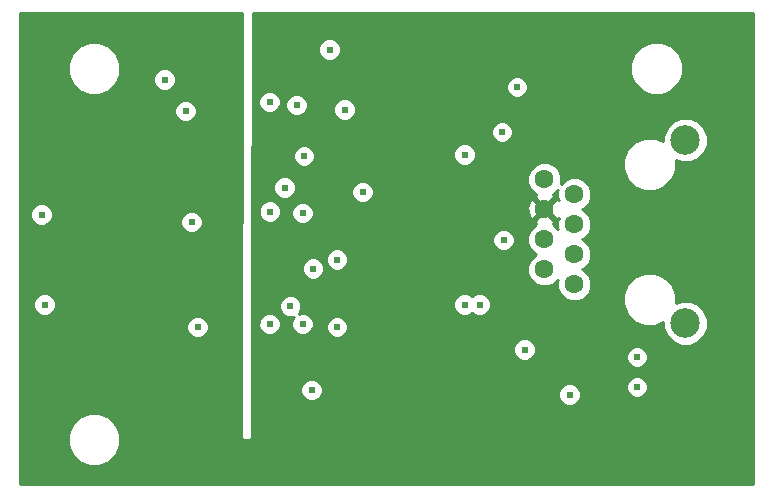
<source format=gbr>
G04 #@! TF.FileFunction,Copper,L3,Inr,Plane*
%FSLAX46Y46*%
G04 Gerber Fmt 4.6, Leading zero omitted, Abs format (unit mm)*
G04 Created by KiCad (PCBNEW 4.0.6) date 12/06/17 20:22:11*
%MOMM*%
%LPD*%
G01*
G04 APERTURE LIST*
%ADD10C,0.100000*%
%ADD11C,1.600000*%
%ADD12C,2.500000*%
%ADD13C,0.609600*%
%ADD14C,0.254000*%
G04 APERTURE END LIST*
D10*
D11*
X160434173Y-101788417D03*
X157894173Y-100518417D03*
X160434173Y-99248417D03*
X157894173Y-97978417D03*
X160434173Y-96708417D03*
X157894173Y-95438417D03*
X160434173Y-94168417D03*
X157894173Y-92898417D03*
D12*
X169834173Y-89593417D03*
X169834173Y-105093417D03*
D13*
X129794000Y-110236000D03*
X130810000Y-101346000D03*
X130810000Y-102362000D03*
X130048000Y-105156000D03*
X130810000Y-110744000D03*
X135890000Y-105156000D03*
X133604000Y-104902000D03*
X134366000Y-87884000D03*
X130048000Y-92456000D03*
X130048000Y-91440000D03*
X129540000Y-87122000D03*
X131318000Y-86614000D03*
X136017000Y-95758000D03*
X131572000Y-97028000D03*
X129794000Y-96266000D03*
X125730000Y-93853000D03*
X126238000Y-94615000D03*
X126111000Y-95377000D03*
X125984000Y-96139000D03*
X116332000Y-98044000D03*
X117475000Y-100330000D03*
X116840000Y-100965000D03*
X115570000Y-102235000D03*
X123190000Y-99060000D03*
X125730000Y-102870000D03*
X124460000Y-102870000D03*
X124460000Y-104775000D03*
X121285000Y-106045000D03*
X120015000Y-106045000D03*
X142240000Y-102235000D03*
X140970000Y-91440000D03*
X144145000Y-91440000D03*
X147320000Y-86995000D03*
X138430000Y-112395000D03*
X141224000Y-93980000D03*
X142875000Y-106680000D03*
X134620000Y-80010000D03*
X127635000Y-80010000D03*
X126365000Y-80645000D03*
X139065000Y-83185000D03*
X134645199Y-95631000D03*
X134620000Y-105156000D03*
X137414000Y-105156000D03*
X136906000Y-86614000D03*
X134620000Y-86360000D03*
X137414000Y-95758000D03*
X140970000Y-86995000D03*
X142494000Y-93980000D03*
X140335000Y-105410000D03*
X154432000Y-98044000D03*
X139700000Y-81915000D03*
X140335000Y-99695000D03*
X136385301Y-103644699D03*
X138176000Y-110744000D03*
X135890000Y-93599000D03*
X138303000Y-100457000D03*
X137541000Y-90932000D03*
X128524000Y-105410000D03*
X127508000Y-87122000D03*
X128016000Y-96520000D03*
X115315999Y-95885000D03*
X115570000Y-103505000D03*
X125730000Y-84455000D03*
X155575000Y-85090000D03*
X154305000Y-88900000D03*
X151130000Y-90805000D03*
X151130000Y-103505000D03*
X152400000Y-103505000D03*
X156210000Y-107315000D03*
X165735000Y-110490000D03*
X165735000Y-107950000D03*
X160020000Y-111125000D03*
D14*
G36*
X132207001Y-114807561D02*
X132216836Y-114857005D01*
X132245132Y-114898728D01*
X132287432Y-114926154D01*
X132334000Y-114935000D01*
X132969000Y-114935000D01*
X133018410Y-114924994D01*
X133060035Y-114896553D01*
X133087315Y-114854159D01*
X133095999Y-114808439D01*
X133109418Y-110930118D01*
X137236037Y-110930118D01*
X137378812Y-111275659D01*
X137642951Y-111540259D01*
X137988242Y-111683637D01*
X138362118Y-111683963D01*
X138707659Y-111541188D01*
X138938130Y-111311118D01*
X159080037Y-111311118D01*
X159222812Y-111656659D01*
X159486951Y-111921259D01*
X159832242Y-112064637D01*
X160206118Y-112064963D01*
X160551659Y-111922188D01*
X160816259Y-111658049D01*
X160959637Y-111312758D01*
X160959963Y-110938882D01*
X160851391Y-110676118D01*
X164795037Y-110676118D01*
X164937812Y-111021659D01*
X165201951Y-111286259D01*
X165547242Y-111429637D01*
X165921118Y-111429963D01*
X166266659Y-111287188D01*
X166531259Y-111023049D01*
X166674637Y-110677758D01*
X166674963Y-110303882D01*
X166532188Y-109958341D01*
X166268049Y-109693741D01*
X165922758Y-109550363D01*
X165548882Y-109550037D01*
X165203341Y-109692812D01*
X164938741Y-109956951D01*
X164795363Y-110302242D01*
X164795037Y-110676118D01*
X160851391Y-110676118D01*
X160817188Y-110593341D01*
X160553049Y-110328741D01*
X160207758Y-110185363D01*
X159833882Y-110185037D01*
X159488341Y-110327812D01*
X159223741Y-110591951D01*
X159080363Y-110937242D01*
X159080037Y-111311118D01*
X138938130Y-111311118D01*
X138972259Y-111277049D01*
X139115637Y-110931758D01*
X139115963Y-110557882D01*
X138973188Y-110212341D01*
X138709049Y-109947741D01*
X138363758Y-109804363D01*
X137989882Y-109804037D01*
X137644341Y-109946812D01*
X137379741Y-110210951D01*
X137236363Y-110556242D01*
X137236037Y-110930118D01*
X133109418Y-110930118D01*
X133121283Y-107501118D01*
X155270037Y-107501118D01*
X155412812Y-107846659D01*
X155676951Y-108111259D01*
X156022242Y-108254637D01*
X156396118Y-108254963D01*
X156683744Y-108136118D01*
X164795037Y-108136118D01*
X164937812Y-108481659D01*
X165201951Y-108746259D01*
X165547242Y-108889637D01*
X165921118Y-108889963D01*
X166266659Y-108747188D01*
X166531259Y-108483049D01*
X166674637Y-108137758D01*
X166674963Y-107763882D01*
X166532188Y-107418341D01*
X166268049Y-107153741D01*
X165922758Y-107010363D01*
X165548882Y-107010037D01*
X165203341Y-107152812D01*
X164938741Y-107416951D01*
X164795363Y-107762242D01*
X164795037Y-108136118D01*
X156683744Y-108136118D01*
X156741659Y-108112188D01*
X157006259Y-107848049D01*
X157149637Y-107502758D01*
X157149963Y-107128882D01*
X157007188Y-106783341D01*
X156743049Y-106518741D01*
X156397758Y-106375363D01*
X156023882Y-106375037D01*
X155678341Y-106517812D01*
X155413741Y-106781951D01*
X155270363Y-107127242D01*
X155270037Y-107501118D01*
X133121283Y-107501118D01*
X133128754Y-105342118D01*
X133680037Y-105342118D01*
X133822812Y-105687659D01*
X134086951Y-105952259D01*
X134432242Y-106095637D01*
X134806118Y-106095963D01*
X135151659Y-105953188D01*
X135416259Y-105689049D01*
X135559637Y-105343758D01*
X135559963Y-104969882D01*
X135417188Y-104624341D01*
X135153049Y-104359741D01*
X134807758Y-104216363D01*
X134433882Y-104216037D01*
X134088341Y-104358812D01*
X133823741Y-104622951D01*
X133680363Y-104968242D01*
X133680037Y-105342118D01*
X133128754Y-105342118D01*
X133133983Y-103830817D01*
X135445338Y-103830817D01*
X135588113Y-104176358D01*
X135852252Y-104440958D01*
X136197543Y-104584336D01*
X136571419Y-104584662D01*
X136715899Y-104524964D01*
X136617741Y-104622951D01*
X136474363Y-104968242D01*
X136474037Y-105342118D01*
X136616812Y-105687659D01*
X136880951Y-105952259D01*
X137226242Y-106095637D01*
X137600118Y-106095963D01*
X137945659Y-105953188D01*
X138210259Y-105689049D01*
X138248847Y-105596118D01*
X139395037Y-105596118D01*
X139537812Y-105941659D01*
X139801951Y-106206259D01*
X140147242Y-106349637D01*
X140521118Y-106349963D01*
X140866659Y-106207188D01*
X141131259Y-105943049D01*
X141274637Y-105597758D01*
X141274963Y-105223882D01*
X141132188Y-104878341D01*
X140868049Y-104613741D01*
X140522758Y-104470363D01*
X140148882Y-104470037D01*
X139803341Y-104612812D01*
X139538741Y-104876951D01*
X139395363Y-105222242D01*
X139395037Y-105596118D01*
X138248847Y-105596118D01*
X138353637Y-105343758D01*
X138353963Y-104969882D01*
X138211188Y-104624341D01*
X137947049Y-104359741D01*
X137601758Y-104216363D01*
X137227882Y-104216037D01*
X137083402Y-104275735D01*
X137181560Y-104177748D01*
X137324938Y-103832457D01*
X137325061Y-103691118D01*
X150190037Y-103691118D01*
X150332812Y-104036659D01*
X150596951Y-104301259D01*
X150942242Y-104444637D01*
X151316118Y-104444963D01*
X151661659Y-104302188D01*
X151764948Y-104199078D01*
X151866951Y-104301259D01*
X152212242Y-104444637D01*
X152586118Y-104444963D01*
X152931659Y-104302188D01*
X153196259Y-104038049D01*
X153339637Y-103692758D01*
X153339804Y-103501036D01*
X164548786Y-103501036D01*
X164888328Y-104322789D01*
X165516494Y-104952053D01*
X166337654Y-105293028D01*
X167226792Y-105293804D01*
X167949258Y-104995287D01*
X167948847Y-105466722D01*
X168235216Y-106159789D01*
X168765012Y-106690510D01*
X169457578Y-106978089D01*
X170207478Y-106978743D01*
X170900545Y-106692374D01*
X171431266Y-106162578D01*
X171718845Y-105470012D01*
X171719499Y-104720112D01*
X171433130Y-104027045D01*
X170903334Y-103496324D01*
X170210768Y-103208745D01*
X169460868Y-103208091D01*
X169018884Y-103390715D01*
X169019560Y-102615798D01*
X168680018Y-101794045D01*
X168051852Y-101164781D01*
X167230692Y-100823806D01*
X166341554Y-100823030D01*
X165519801Y-101162572D01*
X164890537Y-101790738D01*
X164549562Y-102611898D01*
X164548786Y-103501036D01*
X153339804Y-103501036D01*
X153339963Y-103318882D01*
X153197188Y-102973341D01*
X152933049Y-102708741D01*
X152587758Y-102565363D01*
X152213882Y-102565037D01*
X151868341Y-102707812D01*
X151765052Y-102810922D01*
X151663049Y-102708741D01*
X151317758Y-102565363D01*
X150943882Y-102565037D01*
X150598341Y-102707812D01*
X150333741Y-102971951D01*
X150190363Y-103317242D01*
X150190037Y-103691118D01*
X137325061Y-103691118D01*
X137325264Y-103458581D01*
X137182489Y-103113040D01*
X136918350Y-102848440D01*
X136573059Y-102705062D01*
X136199183Y-102704736D01*
X135853642Y-102847511D01*
X135589042Y-103111650D01*
X135445664Y-103456941D01*
X135445338Y-103830817D01*
X133133983Y-103830817D01*
X133145013Y-100643118D01*
X137363037Y-100643118D01*
X137505812Y-100988659D01*
X137769951Y-101253259D01*
X138115242Y-101396637D01*
X138489118Y-101396963D01*
X138834659Y-101254188D01*
X139099259Y-100990049D01*
X139242637Y-100644758D01*
X139242963Y-100270882D01*
X139100188Y-99925341D01*
X139056043Y-99881118D01*
X139395037Y-99881118D01*
X139537812Y-100226659D01*
X139801951Y-100491259D01*
X140147242Y-100634637D01*
X140521118Y-100634963D01*
X140866659Y-100492188D01*
X141131259Y-100228049D01*
X141274637Y-99882758D01*
X141274963Y-99508882D01*
X141132188Y-99163341D01*
X140868049Y-98898741D01*
X140522758Y-98755363D01*
X140148882Y-98755037D01*
X139803341Y-98897812D01*
X139538741Y-99161951D01*
X139395363Y-99507242D01*
X139395037Y-99881118D01*
X139056043Y-99881118D01*
X138836049Y-99660741D01*
X138490758Y-99517363D01*
X138116882Y-99517037D01*
X137771341Y-99659812D01*
X137506741Y-99923951D01*
X137363363Y-100269242D01*
X137363037Y-100643118D01*
X133145013Y-100643118D01*
X133153362Y-98230118D01*
X153492037Y-98230118D01*
X153634812Y-98575659D01*
X153898951Y-98840259D01*
X154244242Y-98983637D01*
X154618118Y-98983963D01*
X154963659Y-98841188D01*
X155228259Y-98577049D01*
X155371637Y-98231758D01*
X155371963Y-97857882D01*
X155229188Y-97512341D01*
X154965049Y-97247741D01*
X154619758Y-97104363D01*
X154245882Y-97104037D01*
X153900341Y-97246812D01*
X153635741Y-97510951D01*
X153492363Y-97856242D01*
X153492037Y-98230118D01*
X133153362Y-98230118D01*
X133161712Y-95817118D01*
X133705236Y-95817118D01*
X133848011Y-96162659D01*
X134112150Y-96427259D01*
X134457441Y-96570637D01*
X134831317Y-96570963D01*
X135176858Y-96428188D01*
X135441458Y-96164049D01*
X135532781Y-95944118D01*
X136474037Y-95944118D01*
X136616812Y-96289659D01*
X136880951Y-96554259D01*
X137226242Y-96697637D01*
X137600118Y-96697963D01*
X137945659Y-96555188D01*
X138210259Y-96291049D01*
X138353637Y-95945758D01*
X138353963Y-95571882D01*
X138211188Y-95226341D01*
X138206496Y-95221640D01*
X156447208Y-95221640D01*
X156474395Y-95791871D01*
X156640309Y-96192422D01*
X156886428Y-96266556D01*
X157714568Y-95438417D01*
X156886428Y-94610278D01*
X156640309Y-94684412D01*
X156447208Y-95221640D01*
X138206496Y-95221640D01*
X137947049Y-94961741D01*
X137601758Y-94818363D01*
X137227882Y-94818037D01*
X136882341Y-94960812D01*
X136617741Y-95224951D01*
X136474363Y-95570242D01*
X136474037Y-95944118D01*
X135532781Y-95944118D01*
X135584836Y-95818758D01*
X135585162Y-95444882D01*
X135442387Y-95099341D01*
X135178248Y-94834741D01*
X134832957Y-94691363D01*
X134459081Y-94691037D01*
X134113540Y-94833812D01*
X133848940Y-95097951D01*
X133705562Y-95443242D01*
X133705236Y-95817118D01*
X133161712Y-95817118D01*
X133168743Y-93785118D01*
X134950037Y-93785118D01*
X135092812Y-94130659D01*
X135356951Y-94395259D01*
X135702242Y-94538637D01*
X136076118Y-94538963D01*
X136421659Y-94396188D01*
X136652130Y-94166118D01*
X141554037Y-94166118D01*
X141696812Y-94511659D01*
X141960951Y-94776259D01*
X142306242Y-94919637D01*
X142680118Y-94919963D01*
X143025659Y-94777188D01*
X143290259Y-94513049D01*
X143433637Y-94167758D01*
X143433963Y-93793882D01*
X143291188Y-93448341D01*
X143027049Y-93183741D01*
X143024311Y-93182604D01*
X156458925Y-93182604D01*
X156676930Y-93710217D01*
X157080250Y-94114241D01*
X157194941Y-94161865D01*
X157140168Y-94184553D01*
X157066034Y-94430672D01*
X157894173Y-95258812D01*
X158722312Y-94430672D01*
X158648178Y-94184553D01*
X158589919Y-94163612D01*
X158705973Y-94115660D01*
X159041270Y-93780947D01*
X158999423Y-93881726D01*
X158998925Y-94452604D01*
X159087125Y-94666065D01*
X158901918Y-94610278D01*
X158073778Y-95438417D01*
X158901918Y-96266556D01*
X159087005Y-96210806D01*
X158999423Y-96421726D01*
X158998925Y-96992604D01*
X159042160Y-97097240D01*
X158708096Y-96762593D01*
X158593405Y-96714969D01*
X158648178Y-96692281D01*
X158722312Y-96446162D01*
X157894173Y-95618022D01*
X157066034Y-96446162D01*
X157140168Y-96692281D01*
X157198427Y-96713222D01*
X157082373Y-96761174D01*
X156678349Y-97164494D01*
X156459423Y-97691726D01*
X156458925Y-98262604D01*
X156676930Y-98790217D01*
X157080250Y-99194241D01*
X157210388Y-99248279D01*
X157082373Y-99301174D01*
X156678349Y-99704494D01*
X156459423Y-100231726D01*
X156458925Y-100802604D01*
X156676930Y-101330217D01*
X157080250Y-101734241D01*
X157607482Y-101953167D01*
X158178360Y-101953665D01*
X158705973Y-101735660D01*
X159041270Y-101400947D01*
X158999423Y-101501726D01*
X158998925Y-102072604D01*
X159216930Y-102600217D01*
X159620250Y-103004241D01*
X160147482Y-103223167D01*
X160718360Y-103223665D01*
X161245973Y-103005660D01*
X161649997Y-102602340D01*
X161868923Y-102075108D01*
X161869421Y-101504230D01*
X161651416Y-100976617D01*
X161248096Y-100572593D01*
X161117958Y-100518555D01*
X161245973Y-100465660D01*
X161649997Y-100062340D01*
X161868923Y-99535108D01*
X161869421Y-98964230D01*
X161651416Y-98436617D01*
X161248096Y-98032593D01*
X161117958Y-97978555D01*
X161245973Y-97925660D01*
X161649997Y-97522340D01*
X161868923Y-96995108D01*
X161869421Y-96424230D01*
X161651416Y-95896617D01*
X161248096Y-95492593D01*
X161117958Y-95438555D01*
X161245973Y-95385660D01*
X161649997Y-94982340D01*
X161868923Y-94455108D01*
X161869421Y-93884230D01*
X161651416Y-93356617D01*
X161248096Y-92952593D01*
X160720864Y-92733667D01*
X160149986Y-92733169D01*
X159622373Y-92951174D01*
X159287076Y-93285887D01*
X159328923Y-93185108D01*
X159329421Y-92614230D01*
X159111416Y-92086617D01*
X159095863Y-92071036D01*
X164548786Y-92071036D01*
X164888328Y-92892789D01*
X165516494Y-93522053D01*
X166337654Y-93863028D01*
X167226792Y-93863804D01*
X168048545Y-93524262D01*
X168677809Y-92896096D01*
X169018784Y-92074936D01*
X169019464Y-91296168D01*
X169457578Y-91478089D01*
X170207478Y-91478743D01*
X170900545Y-91192374D01*
X171431266Y-90662578D01*
X171718845Y-89970012D01*
X171719499Y-89220112D01*
X171433130Y-88527045D01*
X170903334Y-87996324D01*
X170210768Y-87708745D01*
X169460868Y-87708091D01*
X168767801Y-87994460D01*
X168237080Y-88524256D01*
X167949501Y-89216822D01*
X167949086Y-89692109D01*
X167230692Y-89393806D01*
X166341554Y-89393030D01*
X165519801Y-89732572D01*
X164890537Y-90360738D01*
X164549562Y-91181898D01*
X164548786Y-92071036D01*
X159095863Y-92071036D01*
X158708096Y-91682593D01*
X158180864Y-91463667D01*
X157609986Y-91463169D01*
X157082373Y-91681174D01*
X156678349Y-92084494D01*
X156459423Y-92611726D01*
X156458925Y-93182604D01*
X143024311Y-93182604D01*
X142681758Y-93040363D01*
X142307882Y-93040037D01*
X141962341Y-93182812D01*
X141697741Y-93446951D01*
X141554363Y-93792242D01*
X141554037Y-94166118D01*
X136652130Y-94166118D01*
X136686259Y-94132049D01*
X136829637Y-93786758D01*
X136829963Y-93412882D01*
X136687188Y-93067341D01*
X136423049Y-92802741D01*
X136077758Y-92659363D01*
X135703882Y-92659037D01*
X135358341Y-92801812D01*
X135093741Y-93065951D01*
X134950363Y-93411242D01*
X134950037Y-93785118D01*
X133168743Y-93785118D01*
X133177971Y-91118118D01*
X136601037Y-91118118D01*
X136743812Y-91463659D01*
X137007951Y-91728259D01*
X137353242Y-91871637D01*
X137727118Y-91871963D01*
X138072659Y-91729188D01*
X138337259Y-91465049D01*
X138480637Y-91119758D01*
X138480749Y-90991118D01*
X150190037Y-90991118D01*
X150332812Y-91336659D01*
X150596951Y-91601259D01*
X150942242Y-91744637D01*
X151316118Y-91744963D01*
X151661659Y-91602188D01*
X151926259Y-91338049D01*
X152069637Y-90992758D01*
X152069963Y-90618882D01*
X151927188Y-90273341D01*
X151663049Y-90008741D01*
X151317758Y-89865363D01*
X150943882Y-89865037D01*
X150598341Y-90007812D01*
X150333741Y-90271951D01*
X150190363Y-90617242D01*
X150190037Y-90991118D01*
X138480749Y-90991118D01*
X138480963Y-90745882D01*
X138338188Y-90400341D01*
X138074049Y-90135741D01*
X137728758Y-89992363D01*
X137354882Y-89992037D01*
X137009341Y-90134812D01*
X136744741Y-90398951D01*
X136601363Y-90744242D01*
X136601037Y-91118118D01*
X133177971Y-91118118D01*
X133185002Y-89086118D01*
X153365037Y-89086118D01*
X153507812Y-89431659D01*
X153771951Y-89696259D01*
X154117242Y-89839637D01*
X154491118Y-89839963D01*
X154836659Y-89697188D01*
X155101259Y-89433049D01*
X155244637Y-89087758D01*
X155244963Y-88713882D01*
X155102188Y-88368341D01*
X154838049Y-88103741D01*
X154492758Y-87960363D01*
X154118882Y-87960037D01*
X153773341Y-88102812D01*
X153508741Y-88366951D01*
X153365363Y-88712242D01*
X153365037Y-89086118D01*
X133185002Y-89086118D01*
X133193792Y-86546118D01*
X133680037Y-86546118D01*
X133822812Y-86891659D01*
X134086951Y-87156259D01*
X134432242Y-87299637D01*
X134806118Y-87299963D01*
X135151659Y-87157188D01*
X135416259Y-86893049D01*
X135454847Y-86800118D01*
X135966037Y-86800118D01*
X136108812Y-87145659D01*
X136372951Y-87410259D01*
X136718242Y-87553637D01*
X137092118Y-87553963D01*
X137437659Y-87411188D01*
X137668130Y-87181118D01*
X140030037Y-87181118D01*
X140172812Y-87526659D01*
X140436951Y-87791259D01*
X140782242Y-87934637D01*
X141156118Y-87934963D01*
X141501659Y-87792188D01*
X141766259Y-87528049D01*
X141909637Y-87182758D01*
X141909963Y-86808882D01*
X141767188Y-86463341D01*
X141503049Y-86198741D01*
X141157758Y-86055363D01*
X140783882Y-86055037D01*
X140438341Y-86197812D01*
X140173741Y-86461951D01*
X140030363Y-86807242D01*
X140030037Y-87181118D01*
X137668130Y-87181118D01*
X137702259Y-87147049D01*
X137845637Y-86801758D01*
X137845963Y-86427882D01*
X137703188Y-86082341D01*
X137439049Y-85817741D01*
X137093758Y-85674363D01*
X136719882Y-85674037D01*
X136374341Y-85816812D01*
X136109741Y-86080951D01*
X135966363Y-86426242D01*
X135966037Y-86800118D01*
X135454847Y-86800118D01*
X135559637Y-86547758D01*
X135559963Y-86173882D01*
X135417188Y-85828341D01*
X135153049Y-85563741D01*
X134807758Y-85420363D01*
X134433882Y-85420037D01*
X134088341Y-85562812D01*
X133823741Y-85826951D01*
X133680363Y-86172242D01*
X133680037Y-86546118D01*
X133193792Y-86546118D01*
X133198186Y-85276118D01*
X154635037Y-85276118D01*
X154777812Y-85621659D01*
X155041951Y-85886259D01*
X155387242Y-86029637D01*
X155761118Y-86029963D01*
X156106659Y-85887188D01*
X156371259Y-85623049D01*
X156514637Y-85277758D01*
X156514963Y-84903882D01*
X156372188Y-84558341D01*
X156108049Y-84293741D01*
X155762758Y-84150363D01*
X155388882Y-84150037D01*
X155043341Y-84292812D01*
X154778741Y-84556951D01*
X154635363Y-84902242D01*
X154635037Y-85276118D01*
X133198186Y-85276118D01*
X133202791Y-83945119D01*
X165150613Y-83945119D01*
X165490155Y-84766872D01*
X166118321Y-85396136D01*
X166939481Y-85737111D01*
X167828619Y-85737887D01*
X168650372Y-85398345D01*
X169279636Y-84770179D01*
X169620611Y-83949019D01*
X169621387Y-83059881D01*
X169281845Y-82238128D01*
X168653679Y-81608864D01*
X167832519Y-81267889D01*
X166943381Y-81267113D01*
X166121628Y-81606655D01*
X165492364Y-82234821D01*
X165151389Y-83055981D01*
X165150613Y-83945119D01*
X133202791Y-83945119D01*
X133209173Y-82101118D01*
X138760037Y-82101118D01*
X138902812Y-82446659D01*
X139166951Y-82711259D01*
X139512242Y-82854637D01*
X139886118Y-82854963D01*
X140231659Y-82712188D01*
X140496259Y-82448049D01*
X140639637Y-82102758D01*
X140639963Y-81728882D01*
X140497188Y-81383341D01*
X140233049Y-81118741D01*
X139887758Y-80975363D01*
X139513882Y-80975037D01*
X139168341Y-81117812D01*
X138903741Y-81381951D01*
X138760363Y-81727242D01*
X138760037Y-82101118D01*
X133209173Y-82101118D01*
X133220544Y-78815000D01*
X175566000Y-78815000D01*
X175566000Y-118670000D01*
X113486000Y-118670000D01*
X113486000Y-115377619D01*
X117525613Y-115377619D01*
X117865155Y-116199372D01*
X118493321Y-116828636D01*
X119314481Y-117169611D01*
X120203619Y-117170387D01*
X121025372Y-116830845D01*
X121654636Y-116202679D01*
X121995611Y-115381519D01*
X121996387Y-114492381D01*
X121656845Y-113670628D01*
X121028679Y-113041364D01*
X120207519Y-112700389D01*
X119318381Y-112699613D01*
X118496628Y-113039155D01*
X117867364Y-113667321D01*
X117526389Y-114488481D01*
X117525613Y-115377619D01*
X113486000Y-115377619D01*
X113486000Y-105596118D01*
X127584037Y-105596118D01*
X127726812Y-105941659D01*
X127990951Y-106206259D01*
X128336242Y-106349637D01*
X128710118Y-106349963D01*
X129055659Y-106207188D01*
X129320259Y-105943049D01*
X129463637Y-105597758D01*
X129463963Y-105223882D01*
X129321188Y-104878341D01*
X129057049Y-104613741D01*
X128711758Y-104470363D01*
X128337882Y-104470037D01*
X127992341Y-104612812D01*
X127727741Y-104876951D01*
X127584363Y-105222242D01*
X127584037Y-105596118D01*
X113486000Y-105596118D01*
X113486000Y-103691118D01*
X114630037Y-103691118D01*
X114772812Y-104036659D01*
X115036951Y-104301259D01*
X115382242Y-104444637D01*
X115756118Y-104444963D01*
X116101659Y-104302188D01*
X116366259Y-104038049D01*
X116509637Y-103692758D01*
X116509963Y-103318882D01*
X116367188Y-102973341D01*
X116103049Y-102708741D01*
X115757758Y-102565363D01*
X115383882Y-102565037D01*
X115038341Y-102707812D01*
X114773741Y-102971951D01*
X114630363Y-103317242D01*
X114630037Y-103691118D01*
X113486000Y-103691118D01*
X113486000Y-96071118D01*
X114376036Y-96071118D01*
X114518811Y-96416659D01*
X114782950Y-96681259D01*
X115128241Y-96824637D01*
X115502117Y-96824963D01*
X115789743Y-96706118D01*
X127076037Y-96706118D01*
X127218812Y-97051659D01*
X127482951Y-97316259D01*
X127828242Y-97459637D01*
X128202118Y-97459963D01*
X128547659Y-97317188D01*
X128812259Y-97053049D01*
X128955637Y-96707758D01*
X128955963Y-96333882D01*
X128813188Y-95988341D01*
X128549049Y-95723741D01*
X128203758Y-95580363D01*
X127829882Y-95580037D01*
X127484341Y-95722812D01*
X127219741Y-95986951D01*
X127076363Y-96332242D01*
X127076037Y-96706118D01*
X115789743Y-96706118D01*
X115847658Y-96682188D01*
X116112258Y-96418049D01*
X116255636Y-96072758D01*
X116255962Y-95698882D01*
X116113187Y-95353341D01*
X115849048Y-95088741D01*
X115503757Y-94945363D01*
X115129881Y-94945037D01*
X114784340Y-95087812D01*
X114519740Y-95351951D01*
X114376362Y-95697242D01*
X114376036Y-96071118D01*
X113486000Y-96071118D01*
X113486000Y-87308118D01*
X126568037Y-87308118D01*
X126710812Y-87653659D01*
X126974951Y-87918259D01*
X127320242Y-88061637D01*
X127694118Y-88061963D01*
X128039659Y-87919188D01*
X128304259Y-87655049D01*
X128447637Y-87309758D01*
X128447963Y-86935882D01*
X128305188Y-86590341D01*
X128041049Y-86325741D01*
X127695758Y-86182363D01*
X127321882Y-86182037D01*
X126976341Y-86324812D01*
X126711741Y-86588951D01*
X126568363Y-86934242D01*
X126568037Y-87308118D01*
X113486000Y-87308118D01*
X113486000Y-83945119D01*
X117525613Y-83945119D01*
X117865155Y-84766872D01*
X118493321Y-85396136D01*
X119314481Y-85737111D01*
X120203619Y-85737887D01*
X121025372Y-85398345D01*
X121654636Y-84770179D01*
X121708226Y-84641118D01*
X124790037Y-84641118D01*
X124932812Y-84986659D01*
X125196951Y-85251259D01*
X125542242Y-85394637D01*
X125916118Y-85394963D01*
X126261659Y-85252188D01*
X126526259Y-84988049D01*
X126669637Y-84642758D01*
X126669963Y-84268882D01*
X126527188Y-83923341D01*
X126263049Y-83658741D01*
X125917758Y-83515363D01*
X125543882Y-83515037D01*
X125198341Y-83657812D01*
X124933741Y-83921951D01*
X124790363Y-84267242D01*
X124790037Y-84641118D01*
X121708226Y-84641118D01*
X121995611Y-83949019D01*
X121996387Y-83059881D01*
X121656845Y-82238128D01*
X121028679Y-81608864D01*
X120207519Y-81267889D01*
X119318381Y-81267113D01*
X118496628Y-81606655D01*
X117867364Y-82234821D01*
X117526389Y-83055981D01*
X117525613Y-83945119D01*
X113486000Y-83945119D01*
X113486000Y-78815000D01*
X132331543Y-78815000D01*
X132207001Y-114807561D01*
X132207001Y-114807561D01*
G37*
X132207001Y-114807561D02*
X132216836Y-114857005D01*
X132245132Y-114898728D01*
X132287432Y-114926154D01*
X132334000Y-114935000D01*
X132969000Y-114935000D01*
X133018410Y-114924994D01*
X133060035Y-114896553D01*
X133087315Y-114854159D01*
X133095999Y-114808439D01*
X133109418Y-110930118D01*
X137236037Y-110930118D01*
X137378812Y-111275659D01*
X137642951Y-111540259D01*
X137988242Y-111683637D01*
X138362118Y-111683963D01*
X138707659Y-111541188D01*
X138938130Y-111311118D01*
X159080037Y-111311118D01*
X159222812Y-111656659D01*
X159486951Y-111921259D01*
X159832242Y-112064637D01*
X160206118Y-112064963D01*
X160551659Y-111922188D01*
X160816259Y-111658049D01*
X160959637Y-111312758D01*
X160959963Y-110938882D01*
X160851391Y-110676118D01*
X164795037Y-110676118D01*
X164937812Y-111021659D01*
X165201951Y-111286259D01*
X165547242Y-111429637D01*
X165921118Y-111429963D01*
X166266659Y-111287188D01*
X166531259Y-111023049D01*
X166674637Y-110677758D01*
X166674963Y-110303882D01*
X166532188Y-109958341D01*
X166268049Y-109693741D01*
X165922758Y-109550363D01*
X165548882Y-109550037D01*
X165203341Y-109692812D01*
X164938741Y-109956951D01*
X164795363Y-110302242D01*
X164795037Y-110676118D01*
X160851391Y-110676118D01*
X160817188Y-110593341D01*
X160553049Y-110328741D01*
X160207758Y-110185363D01*
X159833882Y-110185037D01*
X159488341Y-110327812D01*
X159223741Y-110591951D01*
X159080363Y-110937242D01*
X159080037Y-111311118D01*
X138938130Y-111311118D01*
X138972259Y-111277049D01*
X139115637Y-110931758D01*
X139115963Y-110557882D01*
X138973188Y-110212341D01*
X138709049Y-109947741D01*
X138363758Y-109804363D01*
X137989882Y-109804037D01*
X137644341Y-109946812D01*
X137379741Y-110210951D01*
X137236363Y-110556242D01*
X137236037Y-110930118D01*
X133109418Y-110930118D01*
X133121283Y-107501118D01*
X155270037Y-107501118D01*
X155412812Y-107846659D01*
X155676951Y-108111259D01*
X156022242Y-108254637D01*
X156396118Y-108254963D01*
X156683744Y-108136118D01*
X164795037Y-108136118D01*
X164937812Y-108481659D01*
X165201951Y-108746259D01*
X165547242Y-108889637D01*
X165921118Y-108889963D01*
X166266659Y-108747188D01*
X166531259Y-108483049D01*
X166674637Y-108137758D01*
X166674963Y-107763882D01*
X166532188Y-107418341D01*
X166268049Y-107153741D01*
X165922758Y-107010363D01*
X165548882Y-107010037D01*
X165203341Y-107152812D01*
X164938741Y-107416951D01*
X164795363Y-107762242D01*
X164795037Y-108136118D01*
X156683744Y-108136118D01*
X156741659Y-108112188D01*
X157006259Y-107848049D01*
X157149637Y-107502758D01*
X157149963Y-107128882D01*
X157007188Y-106783341D01*
X156743049Y-106518741D01*
X156397758Y-106375363D01*
X156023882Y-106375037D01*
X155678341Y-106517812D01*
X155413741Y-106781951D01*
X155270363Y-107127242D01*
X155270037Y-107501118D01*
X133121283Y-107501118D01*
X133128754Y-105342118D01*
X133680037Y-105342118D01*
X133822812Y-105687659D01*
X134086951Y-105952259D01*
X134432242Y-106095637D01*
X134806118Y-106095963D01*
X135151659Y-105953188D01*
X135416259Y-105689049D01*
X135559637Y-105343758D01*
X135559963Y-104969882D01*
X135417188Y-104624341D01*
X135153049Y-104359741D01*
X134807758Y-104216363D01*
X134433882Y-104216037D01*
X134088341Y-104358812D01*
X133823741Y-104622951D01*
X133680363Y-104968242D01*
X133680037Y-105342118D01*
X133128754Y-105342118D01*
X133133983Y-103830817D01*
X135445338Y-103830817D01*
X135588113Y-104176358D01*
X135852252Y-104440958D01*
X136197543Y-104584336D01*
X136571419Y-104584662D01*
X136715899Y-104524964D01*
X136617741Y-104622951D01*
X136474363Y-104968242D01*
X136474037Y-105342118D01*
X136616812Y-105687659D01*
X136880951Y-105952259D01*
X137226242Y-106095637D01*
X137600118Y-106095963D01*
X137945659Y-105953188D01*
X138210259Y-105689049D01*
X138248847Y-105596118D01*
X139395037Y-105596118D01*
X139537812Y-105941659D01*
X139801951Y-106206259D01*
X140147242Y-106349637D01*
X140521118Y-106349963D01*
X140866659Y-106207188D01*
X141131259Y-105943049D01*
X141274637Y-105597758D01*
X141274963Y-105223882D01*
X141132188Y-104878341D01*
X140868049Y-104613741D01*
X140522758Y-104470363D01*
X140148882Y-104470037D01*
X139803341Y-104612812D01*
X139538741Y-104876951D01*
X139395363Y-105222242D01*
X139395037Y-105596118D01*
X138248847Y-105596118D01*
X138353637Y-105343758D01*
X138353963Y-104969882D01*
X138211188Y-104624341D01*
X137947049Y-104359741D01*
X137601758Y-104216363D01*
X137227882Y-104216037D01*
X137083402Y-104275735D01*
X137181560Y-104177748D01*
X137324938Y-103832457D01*
X137325061Y-103691118D01*
X150190037Y-103691118D01*
X150332812Y-104036659D01*
X150596951Y-104301259D01*
X150942242Y-104444637D01*
X151316118Y-104444963D01*
X151661659Y-104302188D01*
X151764948Y-104199078D01*
X151866951Y-104301259D01*
X152212242Y-104444637D01*
X152586118Y-104444963D01*
X152931659Y-104302188D01*
X153196259Y-104038049D01*
X153339637Y-103692758D01*
X153339804Y-103501036D01*
X164548786Y-103501036D01*
X164888328Y-104322789D01*
X165516494Y-104952053D01*
X166337654Y-105293028D01*
X167226792Y-105293804D01*
X167949258Y-104995287D01*
X167948847Y-105466722D01*
X168235216Y-106159789D01*
X168765012Y-106690510D01*
X169457578Y-106978089D01*
X170207478Y-106978743D01*
X170900545Y-106692374D01*
X171431266Y-106162578D01*
X171718845Y-105470012D01*
X171719499Y-104720112D01*
X171433130Y-104027045D01*
X170903334Y-103496324D01*
X170210768Y-103208745D01*
X169460868Y-103208091D01*
X169018884Y-103390715D01*
X169019560Y-102615798D01*
X168680018Y-101794045D01*
X168051852Y-101164781D01*
X167230692Y-100823806D01*
X166341554Y-100823030D01*
X165519801Y-101162572D01*
X164890537Y-101790738D01*
X164549562Y-102611898D01*
X164548786Y-103501036D01*
X153339804Y-103501036D01*
X153339963Y-103318882D01*
X153197188Y-102973341D01*
X152933049Y-102708741D01*
X152587758Y-102565363D01*
X152213882Y-102565037D01*
X151868341Y-102707812D01*
X151765052Y-102810922D01*
X151663049Y-102708741D01*
X151317758Y-102565363D01*
X150943882Y-102565037D01*
X150598341Y-102707812D01*
X150333741Y-102971951D01*
X150190363Y-103317242D01*
X150190037Y-103691118D01*
X137325061Y-103691118D01*
X137325264Y-103458581D01*
X137182489Y-103113040D01*
X136918350Y-102848440D01*
X136573059Y-102705062D01*
X136199183Y-102704736D01*
X135853642Y-102847511D01*
X135589042Y-103111650D01*
X135445664Y-103456941D01*
X135445338Y-103830817D01*
X133133983Y-103830817D01*
X133145013Y-100643118D01*
X137363037Y-100643118D01*
X137505812Y-100988659D01*
X137769951Y-101253259D01*
X138115242Y-101396637D01*
X138489118Y-101396963D01*
X138834659Y-101254188D01*
X139099259Y-100990049D01*
X139242637Y-100644758D01*
X139242963Y-100270882D01*
X139100188Y-99925341D01*
X139056043Y-99881118D01*
X139395037Y-99881118D01*
X139537812Y-100226659D01*
X139801951Y-100491259D01*
X140147242Y-100634637D01*
X140521118Y-100634963D01*
X140866659Y-100492188D01*
X141131259Y-100228049D01*
X141274637Y-99882758D01*
X141274963Y-99508882D01*
X141132188Y-99163341D01*
X140868049Y-98898741D01*
X140522758Y-98755363D01*
X140148882Y-98755037D01*
X139803341Y-98897812D01*
X139538741Y-99161951D01*
X139395363Y-99507242D01*
X139395037Y-99881118D01*
X139056043Y-99881118D01*
X138836049Y-99660741D01*
X138490758Y-99517363D01*
X138116882Y-99517037D01*
X137771341Y-99659812D01*
X137506741Y-99923951D01*
X137363363Y-100269242D01*
X137363037Y-100643118D01*
X133145013Y-100643118D01*
X133153362Y-98230118D01*
X153492037Y-98230118D01*
X153634812Y-98575659D01*
X153898951Y-98840259D01*
X154244242Y-98983637D01*
X154618118Y-98983963D01*
X154963659Y-98841188D01*
X155228259Y-98577049D01*
X155371637Y-98231758D01*
X155371963Y-97857882D01*
X155229188Y-97512341D01*
X154965049Y-97247741D01*
X154619758Y-97104363D01*
X154245882Y-97104037D01*
X153900341Y-97246812D01*
X153635741Y-97510951D01*
X153492363Y-97856242D01*
X153492037Y-98230118D01*
X133153362Y-98230118D01*
X133161712Y-95817118D01*
X133705236Y-95817118D01*
X133848011Y-96162659D01*
X134112150Y-96427259D01*
X134457441Y-96570637D01*
X134831317Y-96570963D01*
X135176858Y-96428188D01*
X135441458Y-96164049D01*
X135532781Y-95944118D01*
X136474037Y-95944118D01*
X136616812Y-96289659D01*
X136880951Y-96554259D01*
X137226242Y-96697637D01*
X137600118Y-96697963D01*
X137945659Y-96555188D01*
X138210259Y-96291049D01*
X138353637Y-95945758D01*
X138353963Y-95571882D01*
X138211188Y-95226341D01*
X138206496Y-95221640D01*
X156447208Y-95221640D01*
X156474395Y-95791871D01*
X156640309Y-96192422D01*
X156886428Y-96266556D01*
X157714568Y-95438417D01*
X156886428Y-94610278D01*
X156640309Y-94684412D01*
X156447208Y-95221640D01*
X138206496Y-95221640D01*
X137947049Y-94961741D01*
X137601758Y-94818363D01*
X137227882Y-94818037D01*
X136882341Y-94960812D01*
X136617741Y-95224951D01*
X136474363Y-95570242D01*
X136474037Y-95944118D01*
X135532781Y-95944118D01*
X135584836Y-95818758D01*
X135585162Y-95444882D01*
X135442387Y-95099341D01*
X135178248Y-94834741D01*
X134832957Y-94691363D01*
X134459081Y-94691037D01*
X134113540Y-94833812D01*
X133848940Y-95097951D01*
X133705562Y-95443242D01*
X133705236Y-95817118D01*
X133161712Y-95817118D01*
X133168743Y-93785118D01*
X134950037Y-93785118D01*
X135092812Y-94130659D01*
X135356951Y-94395259D01*
X135702242Y-94538637D01*
X136076118Y-94538963D01*
X136421659Y-94396188D01*
X136652130Y-94166118D01*
X141554037Y-94166118D01*
X141696812Y-94511659D01*
X141960951Y-94776259D01*
X142306242Y-94919637D01*
X142680118Y-94919963D01*
X143025659Y-94777188D01*
X143290259Y-94513049D01*
X143433637Y-94167758D01*
X143433963Y-93793882D01*
X143291188Y-93448341D01*
X143027049Y-93183741D01*
X143024311Y-93182604D01*
X156458925Y-93182604D01*
X156676930Y-93710217D01*
X157080250Y-94114241D01*
X157194941Y-94161865D01*
X157140168Y-94184553D01*
X157066034Y-94430672D01*
X157894173Y-95258812D01*
X158722312Y-94430672D01*
X158648178Y-94184553D01*
X158589919Y-94163612D01*
X158705973Y-94115660D01*
X159041270Y-93780947D01*
X158999423Y-93881726D01*
X158998925Y-94452604D01*
X159087125Y-94666065D01*
X158901918Y-94610278D01*
X158073778Y-95438417D01*
X158901918Y-96266556D01*
X159087005Y-96210806D01*
X158999423Y-96421726D01*
X158998925Y-96992604D01*
X159042160Y-97097240D01*
X158708096Y-96762593D01*
X158593405Y-96714969D01*
X158648178Y-96692281D01*
X158722312Y-96446162D01*
X157894173Y-95618022D01*
X157066034Y-96446162D01*
X157140168Y-96692281D01*
X157198427Y-96713222D01*
X157082373Y-96761174D01*
X156678349Y-97164494D01*
X156459423Y-97691726D01*
X156458925Y-98262604D01*
X156676930Y-98790217D01*
X157080250Y-99194241D01*
X157210388Y-99248279D01*
X157082373Y-99301174D01*
X156678349Y-99704494D01*
X156459423Y-100231726D01*
X156458925Y-100802604D01*
X156676930Y-101330217D01*
X157080250Y-101734241D01*
X157607482Y-101953167D01*
X158178360Y-101953665D01*
X158705973Y-101735660D01*
X159041270Y-101400947D01*
X158999423Y-101501726D01*
X158998925Y-102072604D01*
X159216930Y-102600217D01*
X159620250Y-103004241D01*
X160147482Y-103223167D01*
X160718360Y-103223665D01*
X161245973Y-103005660D01*
X161649997Y-102602340D01*
X161868923Y-102075108D01*
X161869421Y-101504230D01*
X161651416Y-100976617D01*
X161248096Y-100572593D01*
X161117958Y-100518555D01*
X161245973Y-100465660D01*
X161649997Y-100062340D01*
X161868923Y-99535108D01*
X161869421Y-98964230D01*
X161651416Y-98436617D01*
X161248096Y-98032593D01*
X161117958Y-97978555D01*
X161245973Y-97925660D01*
X161649997Y-97522340D01*
X161868923Y-96995108D01*
X161869421Y-96424230D01*
X161651416Y-95896617D01*
X161248096Y-95492593D01*
X161117958Y-95438555D01*
X161245973Y-95385660D01*
X161649997Y-94982340D01*
X161868923Y-94455108D01*
X161869421Y-93884230D01*
X161651416Y-93356617D01*
X161248096Y-92952593D01*
X160720864Y-92733667D01*
X160149986Y-92733169D01*
X159622373Y-92951174D01*
X159287076Y-93285887D01*
X159328923Y-93185108D01*
X159329421Y-92614230D01*
X159111416Y-92086617D01*
X159095863Y-92071036D01*
X164548786Y-92071036D01*
X164888328Y-92892789D01*
X165516494Y-93522053D01*
X166337654Y-93863028D01*
X167226792Y-93863804D01*
X168048545Y-93524262D01*
X168677809Y-92896096D01*
X169018784Y-92074936D01*
X169019464Y-91296168D01*
X169457578Y-91478089D01*
X170207478Y-91478743D01*
X170900545Y-91192374D01*
X171431266Y-90662578D01*
X171718845Y-89970012D01*
X171719499Y-89220112D01*
X171433130Y-88527045D01*
X170903334Y-87996324D01*
X170210768Y-87708745D01*
X169460868Y-87708091D01*
X168767801Y-87994460D01*
X168237080Y-88524256D01*
X167949501Y-89216822D01*
X167949086Y-89692109D01*
X167230692Y-89393806D01*
X166341554Y-89393030D01*
X165519801Y-89732572D01*
X164890537Y-90360738D01*
X164549562Y-91181898D01*
X164548786Y-92071036D01*
X159095863Y-92071036D01*
X158708096Y-91682593D01*
X158180864Y-91463667D01*
X157609986Y-91463169D01*
X157082373Y-91681174D01*
X156678349Y-92084494D01*
X156459423Y-92611726D01*
X156458925Y-93182604D01*
X143024311Y-93182604D01*
X142681758Y-93040363D01*
X142307882Y-93040037D01*
X141962341Y-93182812D01*
X141697741Y-93446951D01*
X141554363Y-93792242D01*
X141554037Y-94166118D01*
X136652130Y-94166118D01*
X136686259Y-94132049D01*
X136829637Y-93786758D01*
X136829963Y-93412882D01*
X136687188Y-93067341D01*
X136423049Y-92802741D01*
X136077758Y-92659363D01*
X135703882Y-92659037D01*
X135358341Y-92801812D01*
X135093741Y-93065951D01*
X134950363Y-93411242D01*
X134950037Y-93785118D01*
X133168743Y-93785118D01*
X133177971Y-91118118D01*
X136601037Y-91118118D01*
X136743812Y-91463659D01*
X137007951Y-91728259D01*
X137353242Y-91871637D01*
X137727118Y-91871963D01*
X138072659Y-91729188D01*
X138337259Y-91465049D01*
X138480637Y-91119758D01*
X138480749Y-90991118D01*
X150190037Y-90991118D01*
X150332812Y-91336659D01*
X150596951Y-91601259D01*
X150942242Y-91744637D01*
X151316118Y-91744963D01*
X151661659Y-91602188D01*
X151926259Y-91338049D01*
X152069637Y-90992758D01*
X152069963Y-90618882D01*
X151927188Y-90273341D01*
X151663049Y-90008741D01*
X151317758Y-89865363D01*
X150943882Y-89865037D01*
X150598341Y-90007812D01*
X150333741Y-90271951D01*
X150190363Y-90617242D01*
X150190037Y-90991118D01*
X138480749Y-90991118D01*
X138480963Y-90745882D01*
X138338188Y-90400341D01*
X138074049Y-90135741D01*
X137728758Y-89992363D01*
X137354882Y-89992037D01*
X137009341Y-90134812D01*
X136744741Y-90398951D01*
X136601363Y-90744242D01*
X136601037Y-91118118D01*
X133177971Y-91118118D01*
X133185002Y-89086118D01*
X153365037Y-89086118D01*
X153507812Y-89431659D01*
X153771951Y-89696259D01*
X154117242Y-89839637D01*
X154491118Y-89839963D01*
X154836659Y-89697188D01*
X155101259Y-89433049D01*
X155244637Y-89087758D01*
X155244963Y-88713882D01*
X155102188Y-88368341D01*
X154838049Y-88103741D01*
X154492758Y-87960363D01*
X154118882Y-87960037D01*
X153773341Y-88102812D01*
X153508741Y-88366951D01*
X153365363Y-88712242D01*
X153365037Y-89086118D01*
X133185002Y-89086118D01*
X133193792Y-86546118D01*
X133680037Y-86546118D01*
X133822812Y-86891659D01*
X134086951Y-87156259D01*
X134432242Y-87299637D01*
X134806118Y-87299963D01*
X135151659Y-87157188D01*
X135416259Y-86893049D01*
X135454847Y-86800118D01*
X135966037Y-86800118D01*
X136108812Y-87145659D01*
X136372951Y-87410259D01*
X136718242Y-87553637D01*
X137092118Y-87553963D01*
X137437659Y-87411188D01*
X137668130Y-87181118D01*
X140030037Y-87181118D01*
X140172812Y-87526659D01*
X140436951Y-87791259D01*
X140782242Y-87934637D01*
X141156118Y-87934963D01*
X141501659Y-87792188D01*
X141766259Y-87528049D01*
X141909637Y-87182758D01*
X141909963Y-86808882D01*
X141767188Y-86463341D01*
X141503049Y-86198741D01*
X141157758Y-86055363D01*
X140783882Y-86055037D01*
X140438341Y-86197812D01*
X140173741Y-86461951D01*
X140030363Y-86807242D01*
X140030037Y-87181118D01*
X137668130Y-87181118D01*
X137702259Y-87147049D01*
X137845637Y-86801758D01*
X137845963Y-86427882D01*
X137703188Y-86082341D01*
X137439049Y-85817741D01*
X137093758Y-85674363D01*
X136719882Y-85674037D01*
X136374341Y-85816812D01*
X136109741Y-86080951D01*
X135966363Y-86426242D01*
X135966037Y-86800118D01*
X135454847Y-86800118D01*
X135559637Y-86547758D01*
X135559963Y-86173882D01*
X135417188Y-85828341D01*
X135153049Y-85563741D01*
X134807758Y-85420363D01*
X134433882Y-85420037D01*
X134088341Y-85562812D01*
X133823741Y-85826951D01*
X133680363Y-86172242D01*
X133680037Y-86546118D01*
X133193792Y-86546118D01*
X133198186Y-85276118D01*
X154635037Y-85276118D01*
X154777812Y-85621659D01*
X155041951Y-85886259D01*
X155387242Y-86029637D01*
X155761118Y-86029963D01*
X156106659Y-85887188D01*
X156371259Y-85623049D01*
X156514637Y-85277758D01*
X156514963Y-84903882D01*
X156372188Y-84558341D01*
X156108049Y-84293741D01*
X155762758Y-84150363D01*
X155388882Y-84150037D01*
X155043341Y-84292812D01*
X154778741Y-84556951D01*
X154635363Y-84902242D01*
X154635037Y-85276118D01*
X133198186Y-85276118D01*
X133202791Y-83945119D01*
X165150613Y-83945119D01*
X165490155Y-84766872D01*
X166118321Y-85396136D01*
X166939481Y-85737111D01*
X167828619Y-85737887D01*
X168650372Y-85398345D01*
X169279636Y-84770179D01*
X169620611Y-83949019D01*
X169621387Y-83059881D01*
X169281845Y-82238128D01*
X168653679Y-81608864D01*
X167832519Y-81267889D01*
X166943381Y-81267113D01*
X166121628Y-81606655D01*
X165492364Y-82234821D01*
X165151389Y-83055981D01*
X165150613Y-83945119D01*
X133202791Y-83945119D01*
X133209173Y-82101118D01*
X138760037Y-82101118D01*
X138902812Y-82446659D01*
X139166951Y-82711259D01*
X139512242Y-82854637D01*
X139886118Y-82854963D01*
X140231659Y-82712188D01*
X140496259Y-82448049D01*
X140639637Y-82102758D01*
X140639963Y-81728882D01*
X140497188Y-81383341D01*
X140233049Y-81118741D01*
X139887758Y-80975363D01*
X139513882Y-80975037D01*
X139168341Y-81117812D01*
X138903741Y-81381951D01*
X138760363Y-81727242D01*
X138760037Y-82101118D01*
X133209173Y-82101118D01*
X133220544Y-78815000D01*
X175566000Y-78815000D01*
X175566000Y-118670000D01*
X113486000Y-118670000D01*
X113486000Y-115377619D01*
X117525613Y-115377619D01*
X117865155Y-116199372D01*
X118493321Y-116828636D01*
X119314481Y-117169611D01*
X120203619Y-117170387D01*
X121025372Y-116830845D01*
X121654636Y-116202679D01*
X121995611Y-115381519D01*
X121996387Y-114492381D01*
X121656845Y-113670628D01*
X121028679Y-113041364D01*
X120207519Y-112700389D01*
X119318381Y-112699613D01*
X118496628Y-113039155D01*
X117867364Y-113667321D01*
X117526389Y-114488481D01*
X117525613Y-115377619D01*
X113486000Y-115377619D01*
X113486000Y-105596118D01*
X127584037Y-105596118D01*
X127726812Y-105941659D01*
X127990951Y-106206259D01*
X128336242Y-106349637D01*
X128710118Y-106349963D01*
X129055659Y-106207188D01*
X129320259Y-105943049D01*
X129463637Y-105597758D01*
X129463963Y-105223882D01*
X129321188Y-104878341D01*
X129057049Y-104613741D01*
X128711758Y-104470363D01*
X128337882Y-104470037D01*
X127992341Y-104612812D01*
X127727741Y-104876951D01*
X127584363Y-105222242D01*
X127584037Y-105596118D01*
X113486000Y-105596118D01*
X113486000Y-103691118D01*
X114630037Y-103691118D01*
X114772812Y-104036659D01*
X115036951Y-104301259D01*
X115382242Y-104444637D01*
X115756118Y-104444963D01*
X116101659Y-104302188D01*
X116366259Y-104038049D01*
X116509637Y-103692758D01*
X116509963Y-103318882D01*
X116367188Y-102973341D01*
X116103049Y-102708741D01*
X115757758Y-102565363D01*
X115383882Y-102565037D01*
X115038341Y-102707812D01*
X114773741Y-102971951D01*
X114630363Y-103317242D01*
X114630037Y-103691118D01*
X113486000Y-103691118D01*
X113486000Y-96071118D01*
X114376036Y-96071118D01*
X114518811Y-96416659D01*
X114782950Y-96681259D01*
X115128241Y-96824637D01*
X115502117Y-96824963D01*
X115789743Y-96706118D01*
X127076037Y-96706118D01*
X127218812Y-97051659D01*
X127482951Y-97316259D01*
X127828242Y-97459637D01*
X128202118Y-97459963D01*
X128547659Y-97317188D01*
X128812259Y-97053049D01*
X128955637Y-96707758D01*
X128955963Y-96333882D01*
X128813188Y-95988341D01*
X128549049Y-95723741D01*
X128203758Y-95580363D01*
X127829882Y-95580037D01*
X127484341Y-95722812D01*
X127219741Y-95986951D01*
X127076363Y-96332242D01*
X127076037Y-96706118D01*
X115789743Y-96706118D01*
X115847658Y-96682188D01*
X116112258Y-96418049D01*
X116255636Y-96072758D01*
X116255962Y-95698882D01*
X116113187Y-95353341D01*
X115849048Y-95088741D01*
X115503757Y-94945363D01*
X115129881Y-94945037D01*
X114784340Y-95087812D01*
X114519740Y-95351951D01*
X114376362Y-95697242D01*
X114376036Y-96071118D01*
X113486000Y-96071118D01*
X113486000Y-87308118D01*
X126568037Y-87308118D01*
X126710812Y-87653659D01*
X126974951Y-87918259D01*
X127320242Y-88061637D01*
X127694118Y-88061963D01*
X128039659Y-87919188D01*
X128304259Y-87655049D01*
X128447637Y-87309758D01*
X128447963Y-86935882D01*
X128305188Y-86590341D01*
X128041049Y-86325741D01*
X127695758Y-86182363D01*
X127321882Y-86182037D01*
X126976341Y-86324812D01*
X126711741Y-86588951D01*
X126568363Y-86934242D01*
X126568037Y-87308118D01*
X113486000Y-87308118D01*
X113486000Y-83945119D01*
X117525613Y-83945119D01*
X117865155Y-84766872D01*
X118493321Y-85396136D01*
X119314481Y-85737111D01*
X120203619Y-85737887D01*
X121025372Y-85398345D01*
X121654636Y-84770179D01*
X121708226Y-84641118D01*
X124790037Y-84641118D01*
X124932812Y-84986659D01*
X125196951Y-85251259D01*
X125542242Y-85394637D01*
X125916118Y-85394963D01*
X126261659Y-85252188D01*
X126526259Y-84988049D01*
X126669637Y-84642758D01*
X126669963Y-84268882D01*
X126527188Y-83923341D01*
X126263049Y-83658741D01*
X125917758Y-83515363D01*
X125543882Y-83515037D01*
X125198341Y-83657812D01*
X124933741Y-83921951D01*
X124790363Y-84267242D01*
X124790037Y-84641118D01*
X121708226Y-84641118D01*
X121995611Y-83949019D01*
X121996387Y-83059881D01*
X121656845Y-82238128D01*
X121028679Y-81608864D01*
X120207519Y-81267889D01*
X119318381Y-81267113D01*
X118496628Y-81606655D01*
X117867364Y-82234821D01*
X117526389Y-83055981D01*
X117525613Y-83945119D01*
X113486000Y-83945119D01*
X113486000Y-78815000D01*
X132331543Y-78815000D01*
X132207001Y-114807561D01*
M02*

</source>
